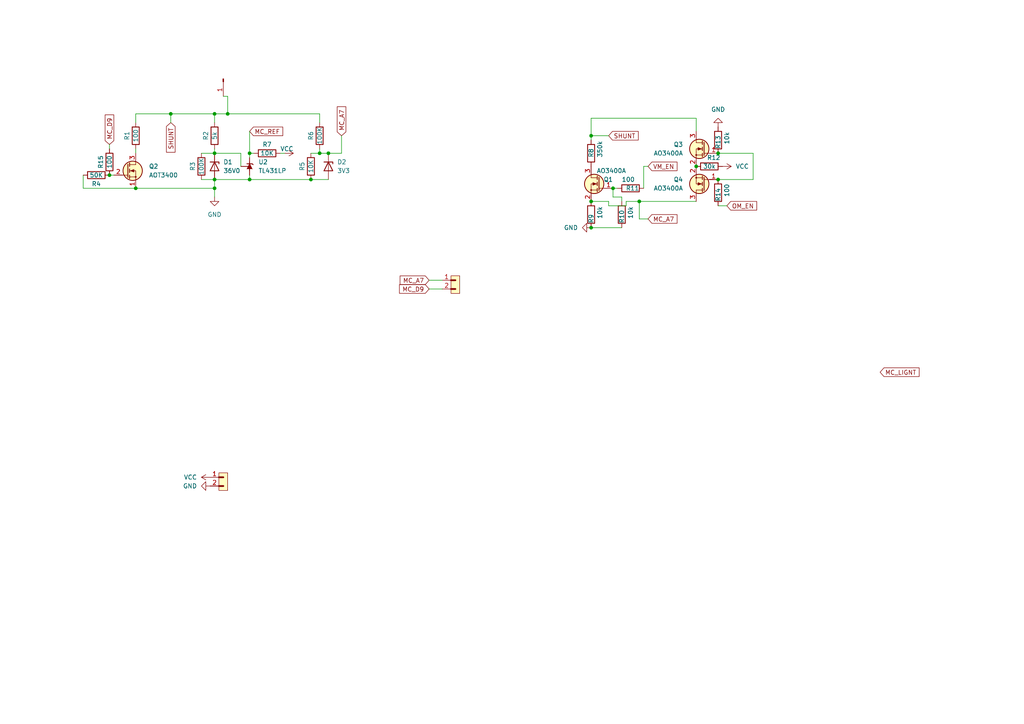
<source format=kicad_sch>
(kicad_sch (version 20230121) (generator eeschema)
  (paper "A4")
  (title_block (title "Control tool for car") (company "@Manyjack, @svdpfaf"))
  (lib_symbols
    (symbol "Connector:Conn_01x01_Pin" (pin_names (offset 1.016) hide)
      (property "Reference" "J" (at 0 2.54 0))
      (property "Value" "Conn_01x01_Pin" (at 0 -2.54 0))
      (symbol "Conn_01x01_Pin_1_1"
        (polyline (pts (xy 1.27 0) (xy 0.8636 0)) (stroke (width 0.1524)))
        (rectangle (start 0.8636 0.127) (end 0 -0.127) (stroke (width 0.1524)) (fill (type outline)))
        (pin passive line (at 5.08 0 180) (length 3.81) (name "Pin_1") (number "1"))
      )
    )
    (symbol "Device:D_Zener" (pin_numbers hide) (pin_names (offset 1.016) hide)
      (property "Reference" "D" (at 0 2.54 0))
      (property "Value" "D_Zener" (at 0 -2.54 0))
      (symbol "D_Zener_0_1"
        (polyline (pts (xy 1.27 0) (xy -1.27 0)))
        (polyline (pts (xy -1.27 -1.27) (xy -1.27 1.27) (xy -0.762 1.27)) (stroke (width 0.254)))
        (polyline (pts (xy 1.27 -1.27) (xy 1.27 1.27) (xy -1.27 0) (xy 1.27 -1.27)) (stroke (width 0.254)))
      )
      (symbol "D_Zener_1_1"
        (pin passive line (at -3.81 0 0) (length 2.54) (name "K") (number "1"))
        (pin passive line (at 3.81 0 180) (length 2.54) (name "A") (number "2"))
      )
    )
    (symbol "Device:R" (pin_numbers hide) (pin_names (offset 0))
      (property "Reference" "R" (at 2.032 0 90))
      (property "Value" "R" (at 0 0 90))
      (symbol "R_0_1"
        (rectangle (start -1.016 -2.54) (end 1.016 2.54) (stroke (width 0.254)))
      )
      (symbol "R_1_1"
        (pin passive line (at 0 3.81 270) (length 1.27) (name "~") (number "1"))
        (pin passive line (at 0 -3.81 90) (length 1.27) (name "~") (number "2"))
      )
    )
    (symbol "PCM_SL_Pin_Headers:PINHD_1x2_Male"
      (property "Reference" "J" (at 0 6.35 0))
      (property "Value" "PINHD_1x2_Male" (at 0 3.81 0))
      (symbol "PINHD_1x2_Male_0_1"
        (rectangle (start -1.27 2.54) (end 1.27 -2.54) (fill (type background)))
        (polyline (pts (xy -1.27 -1.27) (xy 0 -1.27)) (stroke (width 0.3)))
        (polyline (pts (xy -1.27 -1.27) (xy 0 -1.27)) (stroke (width 0.5)))
        (polyline (pts (xy -1.27 1.27) (xy 0 1.27)) (stroke (width 0.3)))
        (polyline (pts (xy -1.27 1.27) (xy 0 1.27)) (stroke (width 0.5)))
      )
      (symbol "PINHD_1x2_Male_1_1"
        (pin passive line (at -3.81 1.27 0) (length 2.54) (name "") (number "1"))
        (pin passive line (at -3.81 -1.27 0) (length 2.54) (name "") (number "2"))
      )
    )
    (symbol "PCM_Transistor_MOSFET_AKL:2N7000" (pin_names hide)
      (property "Reference" "Q" (at 5.08 1.27 0))
      (property "Value" "2N7000" (at 5.08 -1.27 0))
      (symbol "2N7000_0_1"
        (polyline (pts (xy 0.254 -1.27) (xy -2.54 -1.27)))
        (polyline (pts (xy 0.254 1.905) (xy 0.254 -1.905)) (stroke (width 0.254)))
        (polyline (pts (xy 0.762 -1.778) (xy 2.54 -1.778)))
        (polyline (pts (xy 0.762 -1.27) (xy 0.762 -2.286)) (stroke (width 0.254)))
        (polyline (pts (xy 0.762 0.508) (xy 0.762 -0.508)) (stroke (width 0.254)))
        (polyline (pts (xy 0.762 2.286) (xy 0.762 1.27)) (stroke (width 0.254)))
        (polyline (pts (xy 2.54 1.778) (xy 0.762 1.778)))
        (polyline (pts (xy 2.54 2.54) (xy 2.54 1.778)))
        (polyline (pts (xy 2.54 -2.54) (xy 2.54 0) (xy 0.762 0)))
        (polyline (pts (xy 1.016 0) (xy 2.032 0.381) (xy 2.032 -0.381) (xy 1.016 0)) (fill (type outline)))
        (circle (center 1.651 0) (radius 2.794) (stroke (width 0.254)) (fill (type background)))
        (circle (center 2.54 -1.778) (radius 0.1778) (fill (type outline)))
      )
      (symbol "2N7000_1_1"
        (pin passive line (at 2.54 -5.08 90) (length 2.54) (name "S") (number "1"))
        (pin input line (at -3.81 -1.27 0) (length 2.54) (name "G") (number "2"))
        (pin passive line (at 2.54 5.08 270) (length 2.54) (name "D") (number "3"))
      )
    )
    (symbol "PCM_Transistor_MOSFET_AKL:AO3400A" (pin_names hide)
      (property "Reference" "Q" (at 5.08 1.27 0))
      (property "Value" "AO3400A" (at 5.08 -1.27 0))
      (symbol "AO3400A_0_1"
        (polyline (pts (xy 0.254 -1.27) (xy -2.54 -1.27)))
        (polyline (pts (xy 0.254 1.905) (xy 0.254 -1.905)) (stroke (width 0.254)))
        (polyline (pts (xy 0.762 -1.778) (xy 2.54 -1.778)))
        (polyline (pts (xy 0.762 -1.27) (xy 0.762 -2.286)) (stroke (width 0.254)))
        (polyline (pts (xy 0.762 0.508) (xy 0.762 -0.508)) (stroke (width 0.254)))
        (polyline (pts (xy 0.762 2.286) (xy 0.762 1.27)) (stroke (width 0.254)))
        (polyline (pts (xy 2.54 1.778) (xy 0.762 1.778)))
        (polyline (pts (xy 2.54 2.54) (xy 2.54 1.778)))
        (polyline (pts (xy 2.54 -2.54) (xy 2.54 0) (xy 0.762 0)))
        (polyline (pts (xy 1.016 0) (xy 2.032 0.381) (xy 2.032 -0.381) (xy 1.016 0)) (fill (type outline)))
        (circle (center 1.651 0) (radius 2.794) (stroke (width 0.254)) (fill (type background)))
        (circle (center 2.54 -1.778) (radius 0.1778) (fill (type outline)))
      )
      (symbol "AO3400A_1_1"
        (pin input line (at -3.81 -1.27 0) (length 2.54) (name "G") (number "1"))
        (pin passive line (at 2.54 -5.08 90) (length 2.54) (name "S") (number "2"))
        (pin passive line (at 2.54 5.08 270) (length 2.54) (name "D") (number "3"))
      )
    )
    (symbol "Reference_Voltage:TL431LP" (pin_numbers hide) (pin_names hide)
      (property "Reference" "U" (at -2.54 2.54 0))
      (property "Value" "TL431LP" (at 0 -2.54 0))
      (symbol "TL431LP_0_1"
        (polyline (pts (xy -1.27 0) (xy 0 0) (xy 1.27 0)))
        (polyline (pts (xy -0.762 0.762) (xy 0.762 0) (xy -0.762 -0.762)) (fill (type outline)))
        (polyline (pts (xy 0.508 -1.016) (xy 0.762 -0.762) (xy 0.762 0.762) (xy 0.762 0.762)) (stroke (width 0.254)))
      )
      (symbol "TL431LP_1_1"
        (pin passive line (at 0 2.54 270) (length 2.54) (name "REF") (number "1"))
        (pin passive line (at -2.54 0 0) (length 2.54) (name "A") (number "2"))
        (pin passive line (at 2.54 0 180) (length 2.54) (name "K") (number "3"))
      )
    )
    (symbol "power:GND" (power) (pin_names (offset 0))
      (property "Value" "GND" (at 0 -3.81 0))
      (symbol "GND_0_1"
        (polyline (pts (xy 0 0) (xy 0 -1.27) (xy 1.27 -1.27) (xy 0 -2.54) (xy -1.27 -1.27) (xy 0 -1.27)))
      )
      (symbol "GND_1_1"
        (pin power_in line (at 0 0 270) (length 0) hide (name "GND") (number "1"))
      )
    )
    (symbol "power:VCC" (power) (pin_names (offset 0))
      (property "Value" "VCC" (at 0 3.81 0))
      (symbol "VCC_0_1"
        (polyline (pts (xy -0.762 1.27) (xy 0 2.54)))
        (polyline (pts (xy 0 0) (xy 0 2.54)))
        (polyline (pts (xy 0 2.54) (xy 0.762 1.27)))
      )
      (symbol "VCC_1_1"
        (pin power_in line (at 0 0 90) (length 0) hide (name "VCC") (number "1"))
      )
    )
  )
  (junction (at 185.42 58.42))
  (junction (at 62.23 52.07))
  (junction (at 171.45 39.37))
  (junction (at 72.39 44.45))
  (junction (at 201.93 48.26))
  (junction (at 171.45 66.04))
  (junction (at 90.17 52.07))
  (junction (at 66.04 33.02))
  (junction (at 177.8 54.61))
  (junction (at 72.39 52.07))
  (junction (at 62.23 33.02))
  (junction (at 31.75 50.8))
  (junction (at 208.28 52.07))
  (junction (at 39.37 54.61))
  (junction (at 49.53 33.02))
  (junction (at 208.28 44.45))
  (junction (at 62.23 54.61))
  (junction (at 92.71 44.45))
  (junction (at 171.45 58.42))
  (junction (at 95.25 44.45))
  (junction (at 62.23 44.45))
  (wire (pts (xy 66.04 33.02) (xy 62.23 33.02)))
  (wire (pts (xy 90.17 52.07) (xy 95.25 52.07)))
  (wire (pts (xy 72.39 44.45) (xy 72.39 45.72)))
  (wire (pts (xy 171.45 39.37) (xy 171.45 34.29)))
  (wire (pts (xy 171.45 66.04) (xy 180.34 66.04)))
  (wire (pts (xy 92.71 43.18) (xy 92.71 44.45)))
  (wire (pts (xy 176.53 59.69) (xy 181.61 59.69)))
  (wire (pts (xy 181.61 58.42) (xy 185.42 58.42)))
  (wire (pts (xy 180.34 58.42) (xy 180.34 57.15)))
  (wire (pts (xy 218.44 44.45) (xy 218.44 52.07)))
  (wire (pts (xy 62.23 43.18) (xy 62.23 44.45)))
  (wire (pts (xy 201.93 34.29) (xy 201.93 38.1)))
  (wire (pts (xy 95.25 44.45) (xy 99.06 44.45)))
  (wire (pts (xy 72.39 38.1) (xy 72.39 44.45)))
  (wire (pts (xy 62.23 52.07) (xy 72.39 52.07)))
  (wire (pts (xy 177.8 54.61) (xy 177.8 57.15)))
  (wire (pts (xy 208.28 59.69) (xy 210.82 59.69)))
  (wire (pts (xy 176.53 58.42) (xy 176.53 59.69)))
  (wire (pts (xy 31.75 41.91) (xy 31.75 43.18)))
  (wire (pts (xy 49.53 33.02) (xy 49.53 35.56)))
  (wire (pts (xy 62.23 33.02) (xy 62.23 35.56)))
  (wire (pts (xy 92.71 44.45) (xy 95.25 44.45)))
  (wire (pts (xy 92.71 35.56) (xy 92.71 33.02)))
  (wire (pts (xy 72.39 52.07) (xy 90.17 52.07)))
  (wire (pts (xy 66.04 27.94) (xy 66.04 33.02)))
  (wire (pts (xy 24.13 54.61) (xy 39.37 54.61)))
  (wire (pts (xy 90.17 44.45) (xy 92.71 44.45)))
  (wire (pts (xy 62.23 54.61) (xy 62.23 57.15)))
  (wire (pts (xy 124.46 81.28) (xy 128.27 81.28)))
  (wire (pts (xy 69.85 48.26) (xy 69.85 44.45)))
  (wire (pts (xy 208.28 44.45) (xy 218.44 44.45)))
  (wire (pts (xy 39.37 43.18) (xy 39.37 44.45)))
  (wire (pts (xy 39.37 35.56) (xy 39.37 33.02)))
  (wire (pts (xy 39.37 54.61) (xy 62.23 54.61)))
  (wire (pts (xy 208.28 52.07) (xy 218.44 52.07)))
  (wire (pts (xy 72.39 44.45) (xy 73.66 44.45)))
  (wire (pts (xy 171.45 58.42) (xy 176.53 58.42)))
  (wire (pts (xy 124.46 83.82) (xy 128.27 83.82)))
  (wire (pts (xy 186.69 54.61) (xy 186.69 48.26)))
  (wire (pts (xy 31.75 50.8) (xy 33.02 50.8)))
  (wire (pts (xy 39.37 33.02) (xy 49.53 33.02)))
  (wire (pts (xy 72.39 50.8) (xy 72.39 52.07)))
  (wire (pts (xy 62.23 44.45) (xy 69.85 44.45)))
  (wire (pts (xy 180.34 57.15) (xy 177.8 57.15)))
  (wire (pts (xy 92.71 33.02) (xy 66.04 33.02)))
  (wire (pts (xy 186.69 48.26) (xy 187.96 48.26)))
  (wire (pts (xy 99.06 39.37) (xy 99.06 44.45)))
  (wire (pts (xy 171.45 40.64) (xy 171.45 39.37)))
  (wire (pts (xy 58.42 52.07) (xy 62.23 52.07)))
  (wire (pts (xy 177.8 54.61) (xy 179.07 54.61)))
  (wire (pts (xy 24.13 50.8) (xy 24.13 54.61)))
  (wire (pts (xy 64.77 27.94) (xy 66.04 27.94)))
  (wire (pts (xy 185.42 58.42) (xy 201.93 58.42)))
  (wire (pts (xy 58.42 44.45) (xy 62.23 44.45)))
  (wire (pts (xy 181.61 59.69) (xy 181.61 58.42)))
  (wire (pts (xy 62.23 52.07) (xy 62.23 54.61)))
  (wire (pts (xy 171.45 34.29) (xy 201.93 34.29)))
  (wire (pts (xy 187.96 63.5) (xy 185.42 63.5)))
  (wire (pts (xy 49.53 33.02) (xy 62.23 33.02)))
  (wire (pts (xy 185.42 63.5) (xy 185.42 58.42)))
  (wire (pts (xy 171.45 39.37) (xy 176.53 39.37)))
  (wire (pts (xy 81.28 44.45) (xy 82.55 44.45)))
  (global_label "MC_REF" (shape input) (at 72.39 38.1 0) (property "Intersheetrefs" "${INTERSHEET_REFS}" (effects hide)))
  (global_label "MC_A7" (shape input) (at 124.46 81.28 180) (property "Intersheetrefs" "${INTERSHEET_REFS}" (effects hide)))
  (global_label "VM_EN" (shape input) (at 187.96 48.26 0) (property "Intersheetrefs" "${INTERSHEET_REFS}" (effects hide)))
  (global_label "OM_EN" (shape input) (at 210.82 59.69 0) (property "Intersheetrefs" "${INTERSHEET_REFS}" (effects hide)))
  (global_label "MC_A7" (shape input) (at 187.96 63.5 0) (property "Intersheetrefs" "${INTERSHEET_REFS}" (effects hide)))
  (global_label "MC_LIGNT" (shape input) (at 255.27 107.95 0) (property "Intersheetrefs" "${INTERSHEET_REFS}" (effects hide)))
  (global_label "SHUNT" (shape input) (at 176.53 39.37 0) (property "Intersheetrefs" "${INTERSHEET_REFS}" (effects hide)))
  (global_label "MC_D9" (shape input) (at 31.75 41.91 90) (property "Intersheetrefs" "${INTERSHEET_REFS}" (effects hide)))
  (global_label "SHUNT" (shape input) (at 49.53 35.56 270) (property "Intersheetrefs" "${INTERSHEET_REFS}" (effects hide)))
  (global_label "MC_D9" (shape input) (at 124.46 83.82 180) (property "Intersheetrefs" "${INTERSHEET_REFS}" (effects hide)))
  (global_label "MC_A7" (shape input) (at 99.06 39.37 90) (property "Intersheetrefs" "${INTERSHEET_REFS}" (effects hide)))
  (symbol (lib_id "Device:R") (at 171.45 62.23 0) (unit 1)
    (property "Reference" "R9" (at 171.45 64.77 90) (effects (justify left)))
    (property "Value" "10k" (at 173.99 63.5 90) (effects (justify left)))
    (property "Footprint" "PCM_Resistor_THT_AKL:R_Axial_DIN0204_L3.6mm_D1.6mm_P1.90mm_Vertical" (effects hide))
  )
  (symbol (lib_id "Device:D_Zener") (at 95.25 48.26 270) (unit 1)
    (property "Reference" "D2" (at 97.79 46.99 90) (effects (justify left)))
    (property "Value" "3V3" (at 97.79 49.53 90) (effects (justify left)))
    (property "Footprint" "Diode_THT:D_5W_P10.16mm_Horizontal" (effects hide))
  )
  (symbol (lib_id "Device:R") (at 39.37 39.37 180) (unit 1)
    (property "Reference" "R1" (at 36.83 39.37 90))
    (property "Value" "100" (at 39.37 39.37 90))
    (property "Footprint" "PCM_Resistor_THT_AKL:R_Axial_DIN0204_L3.6mm_D1.6mm_P1.90mm_Vertical" (effects hide))
  )
  (symbol (lib_id "Device:R") (at 208.28 40.64 0) (unit 1)
    (property "Reference" "R13" (at 208.28 43.18 90) (effects (justify left)))
    (property "Value" "10k" (at 210.82 41.91 90) (effects (justify left)))
    (property "Footprint" "PCM_Resistor_THT_AKL:R_Axial_DIN0204_L3.6mm_D1.6mm_P1.90mm_Vertical" (effects hide))
  )
  (symbol (lib_id "Device:R") (at 27.94 50.8 270) (unit 1)
    (property "Reference" "R4" (at 27.94 53.34 90))
    (property "Value" "50K" (at 27.94 50.8 90))
    (property "Footprint" "PCM_Resistor_THT_AKL:R_Axial_DIN0204_L3.6mm_D1.6mm_P1.90mm_Vertical" (effects hide))
  )
  (symbol (lib_id "PCM_Transistor_MOSFET_AKL:AO3400A") (at 204.47 43.18 0) (mirror y) (unit 1)
    (property "Reference" "Q3" (at 198.12 41.91 0) (effects (justify left)))
    (property "Value" "AO3400A" (at 198.12 44.45 0) (effects (justify left)))
    (property "Footprint" "Package_TO_SOT_THT:TO-92L_Inline" (effects hide))
    (property "Datasheet" "https://www.tme.eu/Document/d4ede4a51fd4cb2a092d6e1960f91635/AO3400A.pdf" (effects hide))
  )
  (symbol (lib_id "Device:R") (at 31.75 46.99 180) (unit 1)
    (property "Reference" "R15" (at 29.21 46.99 90))
    (property "Value" "100" (at 31.75 46.99 90))
    (property "Footprint" "PCM_Resistor_THT_AKL:R_Axial_DIN0204_L3.6mm_D1.6mm_P1.90mm_Vertical" (effects hide))
  )
  (symbol (lib_id "PCM_SL_Pin_Headers:PINHD_1x2_Male") (at 132.08 82.55 0) (unit 1)
    (property "Reference" "J2" (effects hide))
    (property "Value" "PINHD_1x2_Male" (effects hide))
    (property "Footprint" "Connector_PinHeader_2.54mm:PinHeader_1x02_P2.54mm_Vertical" (effects hide))
  )
  (symbol (lib_id "Device:R") (at 205.74 48.26 90) (unit 1)
    (property "Reference" "R12" (at 207.01 45.72 90))
    (property "Value" "30k" (at 205.74 48.26 90))
    (property "Footprint" "PCM_Resistor_THT_AKL:R_Axial_DIN0204_L3.6mm_D1.6mm_P1.90mm_Vertical" (effects hide))
  )
  (symbol (lib_id "power:GND") (at 62.23 57.15 0) (unit 1)
    (property "Reference" "#PWR01" (effects hide))
    (property "Value" "GND" (at 62.23 62.23 0))
  )
  (symbol (lib_id "power:VCC") (at 82.55 44.45 270) (unit 1)
    (property "Reference" "#PWR06" (effects hide))
    (property "Value" "VCC" (at 81.28 43.18 90) (effects (justify left)))
  )
  (symbol (lib_id "PCM_Transistor_MOSFET_AKL:AO3400A") (at 173.99 53.34 0) (mirror y) (unit 1)
    (property "Reference" "Q1" (at 177.8 52.07 0) (effects (justify left)))
    (property "Value" "AO3400A" (at 181.61 49.53 0) (effects (justify left)))
    (property "Footprint" "Package_TO_SOT_THT:TO-92L_Inline" (effects hide))
    (property "Datasheet" "https://www.tme.eu/Document/d4ede4a51fd4cb2a092d6e1960f91635/AO3400A.pdf" (effects hide))
  )
  (symbol (lib_id "power:GND") (at 171.45 66.04 270) (unit 1)
    (property "Reference" "#PWR02" (effects hide))
    (property "Value" "GND" (at 167.64 66.04 90) (effects (justify right)))
  )
  (symbol (lib_id "Device:R") (at 208.28 55.88 0) (unit 1)
    (property "Reference" "R14" (at 208.28 58.42 90) (effects (justify left)))
    (property "Value" "100" (at 210.82 57.15 90) (effects (justify left)))
    (property "Footprint" "PCM_Resistor_THT_AKL:R_Axial_DIN0204_L3.6mm_D1.6mm_P1.90mm_Vertical" (effects hide))
  )
  (symbol (lib_id "Device:R") (at 92.71 39.37 180) (unit 1)
    (property "Reference" "R6" (at 90.17 39.37 90))
    (property "Value" "100K" (at 92.71 39.37 90))
    (property "Footprint" "PCM_Resistor_THT_AKL:R_Axial_DIN0204_L3.6mm_D1.6mm_P1.90mm_Vertical" (effects hide))
  )
  (symbol (lib_id "Device:D_Zener") (at 62.23 48.26 270) (unit 1)
    (property "Reference" "D1" (at 64.77 46.99 90) (effects (justify left)))
    (property "Value" "36V0" (at 64.77 49.53 90) (effects (justify left)))
    (property "Footprint" "Diode_THT:D_5W_P10.16mm_Horizontal" (effects hide))
  )
  (symbol (lib_id "Connector:Conn_01x01_Pin") (at 64.77 22.86 270) (unit 1)
    (property "Reference" "J3" (effects hide))
    (property "Value" "Conn_01x01_Pin" (effects hide))
    (property "Footprint" "Connector_PinSocket_2.54mm:PinSocket_1x01_P2.54mm_Vertical" (effects hide))
  )
  (symbol (lib_id "power:VCC") (at 209.55 48.26 270) (unit 1)
    (property "Reference" "#PWR04" (effects hide))
    (property "Value" "VCC" (at 213.36 48.26 90) (effects (justify left)))
  )
  (symbol (lib_id "Device:R") (at 180.34 62.23 0) (unit 1)
    (property "Reference" "R10" (at 180.34 64.77 90) (effects (justify left)))
    (property "Value" "10k" (at 182.88 63.5 90) (effects (justify left)))
    (property "Footprint" "PCM_Resistor_THT_AKL:R_Axial_DIN0204_L3.6mm_D1.6mm_P1.90mm_Vertical" (effects hide))
  )
  (symbol (lib_id "Device:R") (at 58.42 48.26 180) (unit 1)
    (property "Reference" "R3" (at 55.88 48.26 90))
    (property "Value" "100K" (at 58.42 48.26 90))
    (property "Footprint" "PCM_Resistor_THT_AKL:R_Axial_DIN0204_L3.6mm_D1.6mm_P1.90mm_Vertical" (effects hide))
  )
  (symbol (lib_id "Device:R") (at 171.45 44.45 0) (unit 1)
    (property "Reference" "R8" (at 171.45 45.72 90) (effects (justify left)))
    (property "Value" "350k" (at 173.99 45.72 90) (effects (justify left)))
    (property "Footprint" "PCM_Resistor_THT_AKL:R_Axial_DIN0204_L3.6mm_D1.6mm_P1.90mm_Vertical" (effects hide))
  )
  (symbol (lib_id "power:GND") (at 60.96 140.97 270) (unit 1)
    (property "Reference" "#PWR024" (effects hide))
    (property "Value" "GND" (at 57.15 140.97 90) (effects (justify right)))
  )
  (symbol (lib_id "Device:R") (at 182.88 54.61 90) (unit 1)
    (property "Reference" "R11" (at 185.42 54.61 90) (effects (justify left)))
    (property "Value" "100" (at 184.15 52.07 90) (effects (justify left)))
    (property "Footprint" "PCM_Resistor_THT_AKL:R_Axial_DIN0204_L3.6mm_D1.6mm_P1.90mm_Vertical" (effects hide))
  )
  (symbol (lib_id "PCM_Transistor_MOSFET_AKL:2N7000") (at 36.83 49.53 0) (unit 1)
    (property "Reference" "Q2" (at 43.18 48.26 0) (effects (justify left)))
    (property "Value" "AOT3400" (at 43.18 50.8 0) (effects (justify left)))
    (property "Footprint" "Package_TO_SOT_THT:TO-92L_Inline" (effects hide))
    (property "Datasheet" "https://datasheet.lcsc.com/lcsc/2204271430_Guangdong-Hottech-AO3400_C181090.pdf" (effects hide))
  )
  (symbol (lib_id "Reference_Voltage:TL431LP") (at 72.39 48.26 90) (unit 1)
    (property "Reference" "U2" (at 74.93 46.99 90) (effects (justify right)))
    (property "Value" "TL431LP" (at 74.93 49.53 90) (effects (justify right)))
    (property "Footprint" "Package_TO_SOT_THT:TO-92L_Inline" (effects hide))
    (property "Datasheet" "http://www.ti.com/lit/ds/symlink/tl431.pdf" (effects hide))
  )
  (symbol (lib_id "Device:R") (at 90.17 48.26 180) (unit 1)
    (property "Reference" "R5" (at 87.63 48.26 90))
    (property "Value" "10K" (at 90.17 48.26 90))
    (property "Footprint" "PCM_Resistor_THT_AKL:R_Axial_DIN0204_L3.6mm_D1.6mm_P1.90mm_Vertical" (effects hide))
  )
  (symbol (lib_id "Device:R") (at 77.47 44.45 270) (unit 1)
    (property "Reference" "R7" (at 77.47 41.91 90))
    (property "Value" "10K" (at 77.47 44.45 90))
    (property "Footprint" "PCM_Resistor_THT_AKL:R_Axial_DIN0204_L3.6mm_D1.6mm_P1.90mm_Vertical" (effects hide))
  )
  (symbol (lib_id "PCM_Transistor_MOSFET_AKL:AO3400A") (at 204.47 53.34 180) (unit 1)
    (property "Reference" "Q4" (at 198.12 52.07 0) (effects (justify left)))
    (property "Value" "AO3400A" (at 198.12 54.61 0) (effects (justify left)))
    (property "Footprint" "Package_TO_SOT_THT:TO-92L_Inline" (effects hide))
    (property "Datasheet" "https://www.tme.eu/Document/d4ede4a51fd4cb2a092d6e1960f91635/AO3400A.pdf" (effects hide))
  )
  (symbol (lib_id "power:VCC") (at 60.96 138.43 90) (unit 1)
    (property "Reference" "#PWR022" (effects hide))
    (property "Value" "VCC" (at 57.15 138.43 90) (effects (justify left)))
  )
  (symbol (lib_id "power:GND") (at 208.28 36.83 180) (unit 1)
    (property "Reference" "#PWR03" (effects hide))
    (property "Value" "GND" (at 208.28 31.75 0))
  )
  (symbol (lib_id "Device:R") (at 62.23 39.37 180) (unit 1)
    (property "Reference" "R2" (at 59.69 39.37 90))
    (property "Value" "5k" (at 62.23 39.37 90))
    (property "Footprint" "PCM_Resistor_THT_AKL:R_Axial_DIN0204_L3.6mm_D1.6mm_P1.90mm_Vertical" (effects hide))
  )
  (symbol (lib_id "PCM_SL_Pin_Headers:PINHD_1x2_Male") (at 64.77 139.7 0) (unit 1)
    (property "Reference" "J8" (effects hide))
    (property "Value" "PINHD_1x2_Male" (effects hide))
    (property "Footprint" "Connector_PinHeader_2.54mm:PinHeader_1x02_P2.54mm_Vertical" (effects hide))
  )
)
</source>
